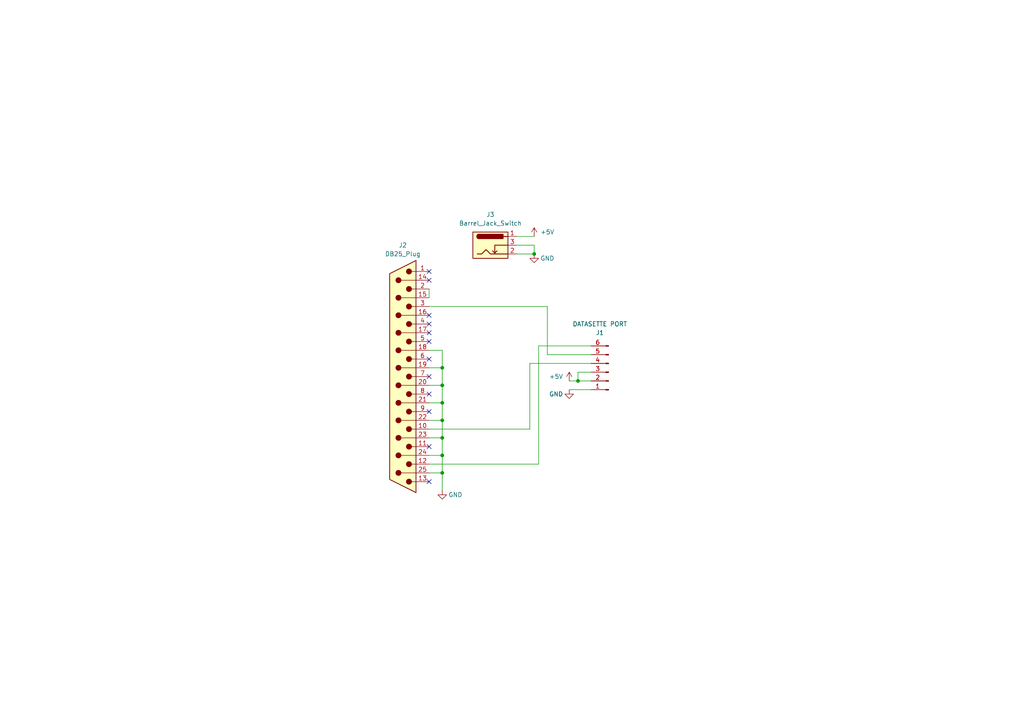
<source format=kicad_sch>
(kicad_sch
	(version 20231120)
	(generator "eeschema")
	(generator_version "8.0")
	(uuid "2ccec24b-e4d1-412f-9ed2-d458b0def978")
	(paper "A4")
	(lib_symbols
		(symbol "C64_Datasette_Connector:C64_Datasette_Connector"
			(pin_names
				(offset 1.016) hide)
			(exclude_from_sim no)
			(in_bom yes)
			(on_board yes)
			(property "Reference" "J"
				(at 0 7.62 0)
				(effects
					(font
						(size 1.27 1.27)
					)
				)
			)
			(property "Value" "C64_Datasette_Connector"
				(at 0 -10.16 0)
				(effects
					(font
						(size 1.27 1.27)
					)
				)
			)
			(property "Footprint" ""
				(at 0 0 0)
				(effects
					(font
						(size 1.27 1.27)
					)
					(hide yes)
				)
			)
			(property "Datasheet" "~"
				(at 0 0 0)
				(effects
					(font
						(size 1.27 1.27)
					)
					(hide yes)
				)
			)
			(property "Description" "Generic connector, single row, 01x06, script generated"
				(at 0 0 0)
				(effects
					(font
						(size 1.27 1.27)
					)
					(hide yes)
				)
			)
			(property "ki_locked" ""
				(at 0 0 0)
				(effects
					(font
						(size 1.27 1.27)
					)
				)
			)
			(property "ki_keywords" "connector"
				(at 0 0 0)
				(effects
					(font
						(size 1.27 1.27)
					)
					(hide yes)
				)
			)
			(property "ki_fp_filters" "Connector*:*_1x??_*"
				(at 0 0 0)
				(effects
					(font
						(size 1.27 1.27)
					)
					(hide yes)
				)
			)
			(symbol "C64_Datasette_Connector_1_1"
				(polyline
					(pts
						(xy 1.27 -7.62) (xy 0.8636 -7.62)
					)
					(stroke
						(width 0.1524)
						(type default)
					)
					(fill
						(type none)
					)
				)
				(polyline
					(pts
						(xy 1.27 -5.08) (xy 0.8636 -5.08)
					)
					(stroke
						(width 0.1524)
						(type default)
					)
					(fill
						(type none)
					)
				)
				(polyline
					(pts
						(xy 1.27 -2.54) (xy 0.8636 -2.54)
					)
					(stroke
						(width 0.1524)
						(type default)
					)
					(fill
						(type none)
					)
				)
				(polyline
					(pts
						(xy 1.27 0) (xy 0.8636 0)
					)
					(stroke
						(width 0.1524)
						(type default)
					)
					(fill
						(type none)
					)
				)
				(polyline
					(pts
						(xy 1.27 2.54) (xy 0.8636 2.54)
					)
					(stroke
						(width 0.1524)
						(type default)
					)
					(fill
						(type none)
					)
				)
				(polyline
					(pts
						(xy 1.27 5.08) (xy 0.8636 5.08)
					)
					(stroke
						(width 0.1524)
						(type default)
					)
					(fill
						(type none)
					)
				)
				(rectangle
					(start 0.8636 -7.493)
					(end 0 -7.747)
					(stroke
						(width 0.1524)
						(type default)
					)
					(fill
						(type outline)
					)
				)
				(rectangle
					(start 0.8636 -4.953)
					(end 0 -5.207)
					(stroke
						(width 0.1524)
						(type default)
					)
					(fill
						(type outline)
					)
				)
				(rectangle
					(start 0.8636 -2.413)
					(end 0 -2.667)
					(stroke
						(width 0.1524)
						(type default)
					)
					(fill
						(type outline)
					)
				)
				(rectangle
					(start 0.8636 0.127)
					(end 0 -0.127)
					(stroke
						(width 0.1524)
						(type default)
					)
					(fill
						(type outline)
					)
				)
				(rectangle
					(start 0.8636 2.667)
					(end 0 2.413)
					(stroke
						(width 0.1524)
						(type default)
					)
					(fill
						(type outline)
					)
				)
				(rectangle
					(start 0.8636 5.207)
					(end 0 4.953)
					(stroke
						(width 0.1524)
						(type default)
					)
					(fill
						(type outline)
					)
				)
				(pin passive line
					(at 5.08 5.08 180)
					(length 3.81)
					(name "GND"
						(effects
							(font
								(size 1.27 1.27)
							)
						)
					)
					(number "1"
						(effects
							(font
								(size 1.27 1.27)
							)
						)
					)
				)
				(pin power_in line
					(at 5.08 2.54 180)
					(length 3.81)
					(name "5V"
						(effects
							(font
								(size 1.27 1.27)
							)
						)
					)
					(number "2"
						(effects
							(font
								(size 1.27 1.27)
							)
						)
					)
				)
				(pin power_in line
					(at 5.08 0 180)
					(length 3.81)
					(name "Motor"
						(effects
							(font
								(size 1.27 1.27)
							)
						)
					)
					(number "3"
						(effects
							(font
								(size 1.27 1.27)
							)
						)
					)
				)
				(pin passive line
					(at 5.08 -2.54 180)
					(length 3.81)
					(name "Read"
						(effects
							(font
								(size 1.27 1.27)
							)
						)
					)
					(number "4"
						(effects
							(font
								(size 1.27 1.27)
							)
						)
					)
				)
				(pin passive line
					(at 5.08 -5.08 180)
					(length 3.81)
					(name "Write"
						(effects
							(font
								(size 1.27 1.27)
							)
						)
					)
					(number "5"
						(effects
							(font
								(size 1.27 1.27)
							)
						)
					)
				)
				(pin passive line
					(at 5.08 -7.62 180)
					(length 3.81)
					(name "Sense"
						(effects
							(font
								(size 1.27 1.27)
							)
						)
					)
					(number "6"
						(effects
							(font
								(size 1.27 1.27)
							)
						)
					)
				)
			)
		)
		(symbol "Connector:Barrel_Jack_Switch"
			(pin_names hide)
			(exclude_from_sim no)
			(in_bom yes)
			(on_board yes)
			(property "Reference" "J"
				(at 0 5.334 0)
				(effects
					(font
						(size 1.27 1.27)
					)
				)
			)
			(property "Value" "Barrel_Jack_Switch"
				(at 0 -5.08 0)
				(effects
					(font
						(size 1.27 1.27)
					)
				)
			)
			(property "Footprint" ""
				(at 1.27 -1.016 0)
				(effects
					(font
						(size 1.27 1.27)
					)
					(hide yes)
				)
			)
			(property "Datasheet" "~"
				(at 1.27 -1.016 0)
				(effects
					(font
						(size 1.27 1.27)
					)
					(hide yes)
				)
			)
			(property "Description" "DC Barrel Jack with an internal switch"
				(at 0 0 0)
				(effects
					(font
						(size 1.27 1.27)
					)
					(hide yes)
				)
			)
			(property "ki_keywords" "DC power barrel jack connector"
				(at 0 0 0)
				(effects
					(font
						(size 1.27 1.27)
					)
					(hide yes)
				)
			)
			(property "ki_fp_filters" "BarrelJack*"
				(at 0 0 0)
				(effects
					(font
						(size 1.27 1.27)
					)
					(hide yes)
				)
			)
			(symbol "Barrel_Jack_Switch_0_1"
				(rectangle
					(start -5.08 3.81)
					(end 5.08 -3.81)
					(stroke
						(width 0.254)
						(type default)
					)
					(fill
						(type background)
					)
				)
				(arc
					(start -3.302 3.175)
					(mid -3.9343 2.54)
					(end -3.302 1.905)
					(stroke
						(width 0.254)
						(type default)
					)
					(fill
						(type none)
					)
				)
				(arc
					(start -3.302 3.175)
					(mid -3.9343 2.54)
					(end -3.302 1.905)
					(stroke
						(width 0.254)
						(type default)
					)
					(fill
						(type outline)
					)
				)
				(polyline
					(pts
						(xy 1.27 -2.286) (xy 1.905 -1.651)
					)
					(stroke
						(width 0.254)
						(type default)
					)
					(fill
						(type none)
					)
				)
				(polyline
					(pts
						(xy 5.08 2.54) (xy 3.81 2.54)
					)
					(stroke
						(width 0.254)
						(type default)
					)
					(fill
						(type none)
					)
				)
				(polyline
					(pts
						(xy 5.08 0) (xy 1.27 0) (xy 1.27 -2.286) (xy 0.635 -1.651)
					)
					(stroke
						(width 0.254)
						(type default)
					)
					(fill
						(type none)
					)
				)
				(polyline
					(pts
						(xy -3.81 -2.54) (xy -2.54 -2.54) (xy -1.27 -1.27) (xy 0 -2.54) (xy 2.54 -2.54) (xy 5.08 -2.54)
					)
					(stroke
						(width 0.254)
						(type default)
					)
					(fill
						(type none)
					)
				)
				(rectangle
					(start 3.683 3.175)
					(end -3.302 1.905)
					(stroke
						(width 0.254)
						(type default)
					)
					(fill
						(type outline)
					)
				)
			)
			(symbol "Barrel_Jack_Switch_1_1"
				(pin passive line
					(at 7.62 2.54 180)
					(length 2.54)
					(name "~"
						(effects
							(font
								(size 1.27 1.27)
							)
						)
					)
					(number "1"
						(effects
							(font
								(size 1.27 1.27)
							)
						)
					)
				)
				(pin passive line
					(at 7.62 -2.54 180)
					(length 2.54)
					(name "~"
						(effects
							(font
								(size 1.27 1.27)
							)
						)
					)
					(number "2"
						(effects
							(font
								(size 1.27 1.27)
							)
						)
					)
				)
				(pin passive line
					(at 7.62 0 180)
					(length 2.54)
					(name "~"
						(effects
							(font
								(size 1.27 1.27)
							)
						)
					)
					(number "3"
						(effects
							(font
								(size 1.27 1.27)
							)
						)
					)
				)
			)
		)
		(symbol "Connector:DB25_Plug"
			(pin_names
				(offset 1.016) hide)
			(exclude_from_sim no)
			(in_bom yes)
			(on_board yes)
			(property "Reference" "J"
				(at 0 34.29 0)
				(effects
					(font
						(size 1.27 1.27)
					)
				)
			)
			(property "Value" "DB25_Plug"
				(at 0 -34.925 0)
				(effects
					(font
						(size 1.27 1.27)
					)
				)
			)
			(property "Footprint" ""
				(at 0 0 0)
				(effects
					(font
						(size 1.27 1.27)
					)
					(hide yes)
				)
			)
			(property "Datasheet" " ~"
				(at 0 0 0)
				(effects
					(font
						(size 1.27 1.27)
					)
					(hide yes)
				)
			)
			(property "Description" "25-pin male plug pin D-SUB connector"
				(at 0 0 0)
				(effects
					(font
						(size 1.27 1.27)
					)
					(hide yes)
				)
			)
			(property "ki_keywords" "male plug D-SUB connector"
				(at 0 0 0)
				(effects
					(font
						(size 1.27 1.27)
					)
					(hide yes)
				)
			)
			(property "ki_fp_filters" "DSUB*Male*"
				(at 0 0 0)
				(effects
					(font
						(size 1.27 1.27)
					)
					(hide yes)
				)
			)
			(symbol "DB25_Plug_0_1"
				(circle
					(center -1.778 -30.48)
					(radius 0.762)
					(stroke
						(width 0)
						(type default)
					)
					(fill
						(type outline)
					)
				)
				(circle
					(center -1.778 -25.4)
					(radius 0.762)
					(stroke
						(width 0)
						(type default)
					)
					(fill
						(type outline)
					)
				)
				(circle
					(center -1.778 -20.32)
					(radius 0.762)
					(stroke
						(width 0)
						(type default)
					)
					(fill
						(type outline)
					)
				)
				(circle
					(center -1.778 -15.24)
					(radius 0.762)
					(stroke
						(width 0)
						(type default)
					)
					(fill
						(type outline)
					)
				)
				(circle
					(center -1.778 -10.16)
					(radius 0.762)
					(stroke
						(width 0)
						(type default)
					)
					(fill
						(type outline)
					)
				)
				(circle
					(center -1.778 -5.08)
					(radius 0.762)
					(stroke
						(width 0)
						(type default)
					)
					(fill
						(type outline)
					)
				)
				(circle
					(center -1.778 0)
					(radius 0.762)
					(stroke
						(width 0)
						(type default)
					)
					(fill
						(type outline)
					)
				)
				(circle
					(center -1.778 5.08)
					(radius 0.762)
					(stroke
						(width 0)
						(type default)
					)
					(fill
						(type outline)
					)
				)
				(circle
					(center -1.778 10.16)
					(radius 0.762)
					(stroke
						(width 0)
						(type default)
					)
					(fill
						(type outline)
					)
				)
				(circle
					(center -1.778 15.24)
					(radius 0.762)
					(stroke
						(width 0)
						(type default)
					)
					(fill
						(type outline)
					)
				)
				(circle
					(center -1.778 20.32)
					(radius 0.762)
					(stroke
						(width 0)
						(type default)
					)
					(fill
						(type outline)
					)
				)
				(circle
					(center -1.778 25.4)
					(radius 0.762)
					(stroke
						(width 0)
						(type default)
					)
					(fill
						(type outline)
					)
				)
				(circle
					(center -1.778 30.48)
					(radius 0.762)
					(stroke
						(width 0)
						(type default)
					)
					(fill
						(type outline)
					)
				)
				(polyline
					(pts
						(xy -3.81 -30.48) (xy -2.54 -30.48)
					)
					(stroke
						(width 0)
						(type default)
					)
					(fill
						(type none)
					)
				)
				(polyline
					(pts
						(xy -3.81 -27.94) (xy 0.508 -27.94)
					)
					(stroke
						(width 0)
						(type default)
					)
					(fill
						(type none)
					)
				)
				(polyline
					(pts
						(xy -3.81 -25.4) (xy -2.54 -25.4)
					)
					(stroke
						(width 0)
						(type default)
					)
					(fill
						(type none)
					)
				)
				(polyline
					(pts
						(xy -3.81 -22.86) (xy 0.508 -22.86)
					)
					(stroke
						(width 0)
						(type default)
					)
					(fill
						(type none)
					)
				)
				(polyline
					(pts
						(xy -3.81 -20.32) (xy -2.54 -20.32)
					)
					(stroke
						(width 0)
						(type default)
					)
					(fill
						(type none)
					)
				)
				(polyline
					(pts
						(xy -3.81 -17.78) (xy 0.508 -17.78)
					)
					(stroke
						(width 0)
						(type default)
					)
					(fill
						(type none)
					)
				)
				(polyline
					(pts
						(xy -3.81 -15.24) (xy -2.54 -15.24)
					)
					(stroke
						(width 0)
						(type default)
					)
					(fill
						(type none)
					)
				)
				(polyline
					(pts
						(xy -3.81 -12.7) (xy 0.508 -12.7)
					)
					(stroke
						(width 0)
						(type default)
					)
					(fill
						(type none)
					)
				)
				(polyline
					(pts
						(xy -3.81 -10.16) (xy -2.54 -10.16)
					)
					(stroke
						(width 0)
						(type default)
					)
					(fill
						(type none)
					)
				)
				(polyline
					(pts
						(xy -3.81 -7.62) (xy 0.508 -7.62)
					)
					(stroke
						(width 0)
						(type default)
					)
					(fill
						(type none)
					)
				)
				(polyline
					(pts
						(xy -3.81 -5.08) (xy -2.54 -5.08)
					)
					(stroke
						(width 0)
						(type default)
					)
					(fill
						(type none)
					)
				)
				(polyline
					(pts
						(xy -3.81 -2.54) (xy 0.508 -2.54)
					)
					(stroke
						(width 0)
						(type default)
					)
					(fill
						(type none)
					)
				)
				(polyline
					(pts
						(xy -3.81 0) (xy -2.54 0)
					)
					(stroke
						(width 0)
						(type default)
					)
					(fill
						(type none)
					)
				)
				(polyline
					(pts
						(xy -3.81 2.54) (xy 0.508 2.54)
					)
					(stroke
						(width 0)
						(type default)
					)
					(fill
						(type none)
					)
				)
				(polyline
					(pts
						(xy -3.81 5.08) (xy -2.54 5.08)
					)
					(stroke
						(width 0)
						(type default)
					)
					(fill
						(type none)
					)
				)
				(polyline
					(pts
						(xy -3.81 7.62) (xy 0.508 7.62)
					)
					(stroke
						(width 0)
						(type default)
					)
					(fill
						(type none)
					)
				)
				(polyline
					(pts
						(xy -3.81 10.16) (xy -2.54 10.16)
					)
					(stroke
						(width 0)
						(type default)
					)
					(fill
						(type none)
					)
				)
				(polyline
					(pts
						(xy -3.81 12.7) (xy 0.508 12.7)
					)
					(stroke
						(width 0)
						(type default)
					)
					(fill
						(type none)
					)
				)
				(polyline
					(pts
						(xy -3.81 15.24) (xy -2.54 15.24)
					)
					(stroke
						(width 0)
						(type default)
					)
					(fill
						(type none)
					)
				)
				(polyline
					(pts
						(xy -3.81 17.78) (xy 0.508 17.78)
					)
					(stroke
						(width 0)
						(type default)
					)
					(fill
						(type none)
					)
				)
				(polyline
					(pts
						(xy -3.81 20.32) (xy -2.54 20.32)
					)
					(stroke
						(width 0)
						(type default)
					)
					(fill
						(type none)
					)
				)
				(polyline
					(pts
						(xy -3.81 22.86) (xy 0.508 22.86)
					)
					(stroke
						(width 0)
						(type default)
					)
					(fill
						(type none)
					)
				)
				(polyline
					(pts
						(xy -3.81 25.4) (xy -2.54 25.4)
					)
					(stroke
						(width 0)
						(type default)
					)
					(fill
						(type none)
					)
				)
				(polyline
					(pts
						(xy -3.81 27.94) (xy 0.508 27.94)
					)
					(stroke
						(width 0)
						(type default)
					)
					(fill
						(type none)
					)
				)
				(polyline
					(pts
						(xy -3.81 30.48) (xy -2.54 30.48)
					)
					(stroke
						(width 0)
						(type default)
					)
					(fill
						(type none)
					)
				)
				(polyline
					(pts
						(xy -3.81 -33.655) (xy 3.81 -29.845) (xy 3.81 29.845) (xy -3.81 33.655) (xy -3.81 -33.655)
					)
					(stroke
						(width 0.254)
						(type default)
					)
					(fill
						(type background)
					)
				)
				(circle
					(center 1.27 -27.94)
					(radius 0.762)
					(stroke
						(width 0)
						(type default)
					)
					(fill
						(type outline)
					)
				)
				(circle
					(center 1.27 -22.86)
					(radius 0.762)
					(stroke
						(width 0)
						(type default)
					)
					(fill
						(type outline)
					)
				)
				(circle
					(center 1.27 -17.78)
					(radius 0.762)
					(stroke
						(width 0)
						(type default)
					)
					(fill
						(type outline)
					)
				)
				(circle
					(center 1.27 -12.7)
					(radius 0.762)
					(stroke
						(width 0)
						(type default)
					)
					(fill
						(type outline)
					)
				)
				(circle
					(center 1.27 -7.62)
					(radius 0.762)
					(stroke
						(width 0)
						(type default)
					)
					(fill
						(type outline)
					)
				)
				(circle
					(center 1.27 -2.54)
					(radius 0.762)
					(stroke
						(width 0)
						(type default)
					)
					(fill
						(type outline)
					)
				)
				(circle
					(center 1.27 2.54)
					(radius 0.762)
					(stroke
						(width 0)
						(type default)
					)
					(fill
						(type outline)
					)
				)
				(circle
					(center 1.27 7.62)
					(radius 0.762)
					(stroke
						(width 0)
						(type default)
					)
					(fill
						(type outline)
					)
				)
				(circle
					(center 1.27 12.7)
					(radius 0.762)
					(stroke
						(width 0)
						(type default)
					)
					(fill
						(type outline)
					)
				)
				(circle
					(center 1.27 17.78)
					(radius 0.762)
					(stroke
						(width 0)
						(type default)
					)
					(fill
						(type outline)
					)
				)
				(circle
					(center 1.27 22.86)
					(radius 0.762)
					(stroke
						(width 0)
						(type default)
					)
					(fill
						(type outline)
					)
				)
				(circle
					(center 1.27 27.94)
					(radius 0.762)
					(stroke
						(width 0)
						(type default)
					)
					(fill
						(type outline)
					)
				)
			)
			(symbol "DB25_Plug_1_1"
				(pin passive line
					(at -7.62 -30.48 0)
					(length 3.81)
					(name "1"
						(effects
							(font
								(size 1.27 1.27)
							)
						)
					)
					(number "1"
						(effects
							(font
								(size 1.27 1.27)
							)
						)
					)
				)
				(pin passive line
					(at -7.62 15.24 0)
					(length 3.81)
					(name "10"
						(effects
							(font
								(size 1.27 1.27)
							)
						)
					)
					(number "10"
						(effects
							(font
								(size 1.27 1.27)
							)
						)
					)
				)
				(pin passive line
					(at -7.62 20.32 0)
					(length 3.81)
					(name "11"
						(effects
							(font
								(size 1.27 1.27)
							)
						)
					)
					(number "11"
						(effects
							(font
								(size 1.27 1.27)
							)
						)
					)
				)
				(pin passive line
					(at -7.62 25.4 0)
					(length 3.81)
					(name "12"
						(effects
							(font
								(size 1.27 1.27)
							)
						)
					)
					(number "12"
						(effects
							(font
								(size 1.27 1.27)
							)
						)
					)
				)
				(pin passive line
					(at -7.62 30.48 0)
					(length 3.81)
					(name "13"
						(effects
							(font
								(size 1.27 1.27)
							)
						)
					)
					(number "13"
						(effects
							(font
								(size 1.27 1.27)
							)
						)
					)
				)
				(pin passive line
					(at -7.62 -27.94 0)
					(length 3.81)
					(name "P14"
						(effects
							(font
								(size 1.27 1.27)
							)
						)
					)
					(number "14"
						(effects
							(font
								(size 1.27 1.27)
							)
						)
					)
				)
				(pin passive line
					(at -7.62 -22.86 0)
					(length 3.81)
					(name "P15"
						(effects
							(font
								(size 1.27 1.27)
							)
						)
					)
					(number "15"
						(effects
							(font
								(size 1.27 1.27)
							)
						)
					)
				)
				(pin passive line
					(at -7.62 -17.78 0)
					(length 3.81)
					(name "P16"
						(effects
							(font
								(size 1.27 1.27)
							)
						)
					)
					(number "16"
						(effects
							(font
								(size 1.27 1.27)
							)
						)
					)
				)
				(pin passive line
					(at -7.62 -12.7 0)
					(length 3.81)
					(name "P17"
						(effects
							(font
								(size 1.27 1.27)
							)
						)
					)
					(number "17"
						(effects
							(font
								(size 1.27 1.27)
							)
						)
					)
				)
				(pin passive line
					(at -7.62 -7.62 0)
					(length 3.81)
					(name "P18"
						(effects
							(font
								(size 1.27 1.27)
							)
						)
					)
					(number "18"
						(effects
							(font
								(size 1.27 1.27)
							)
						)
					)
				)
				(pin passive line
					(at -7.62 -2.54 0)
					(length 3.81)
					(name "P19"
						(effects
							(font
								(size 1.27 1.27)
							)
						)
					)
					(number "19"
						(effects
							(font
								(size 1.27 1.27)
							)
						)
					)
				)
				(pin passive line
					(at -7.62 -25.4 0)
					(length 3.81)
					(name "2"
						(effects
							(font
								(size 1.27 1.27)
							)
						)
					)
					(number "2"
						(effects
							(font
								(size 1.27 1.27)
							)
						)
					)
				)
				(pin passive line
					(at -7.62 2.54 0)
					(length 3.81)
					(name "P20"
						(effects
							(font
								(size 1.27 1.27)
							)
						)
					)
					(number "20"
						(effects
							(font
								(size 1.27 1.27)
							)
						)
					)
				)
				(pin passive line
					(at -7.62 7.62 0)
					(length 3.81)
					(name "P21"
						(effects
							(font
								(size 1.27 1.27)
							)
						)
					)
					(number "21"
						(effects
							(font
								(size 1.27 1.27)
							)
						)
					)
				)
				(pin passive line
					(at -7.62 12.7 0)
					(length 3.81)
					(name "P22"
						(effects
							(font
								(size 1.27 1.27)
							)
						)
					)
					(number "22"
						(effects
							(font
								(size 1.27 1.27)
							)
						)
					)
				)
				(pin passive line
					(at -7.62 17.78 0)
					(length 3.81)
					(name "P23"
						(effects
							(font
								(size 1.27 1.27)
							)
						)
					)
					(number "23"
						(effects
							(font
								(size 1.27 1.27)
							)
						)
					)
				)
				(pin passive line
					(at -7.62 22.86 0)
					(length 3.81)
					(name "P24"
						(effects
							(font
								(size 1.27 1.27)
							)
						)
					)
					(number "24"
						(effects
							(font
								(size 1.27 1.27)
							)
						)
					)
				)
				(pin passive line
					(at -7.62 27.94 0)
					(length 3.81)
					(name "P25"
						(effects
							(font
								(size 1.27 1.27)
							)
						)
					)
					(number "25"
						(effects
							(font
								(size 1.27 1.27)
							)
						)
					)
				)
				(pin passive line
					(at -7.62 -20.32 0)
					(length 3.81)
					(name "3"
						(effects
							(font
								(size 1.27 1.27)
							)
						)
					)
					(number "3"
						(effects
							(font
								(size 1.27 1.27)
							)
						)
					)
				)
				(pin passive line
					(at -7.62 -15.24 0)
					(length 3.81)
					(name "4"
						(effects
							(font
								(size 1.27 1.27)
							)
						)
					)
					(number "4"
						(effects
							(font
								(size 1.27 1.27)
							)
						)
					)
				)
				(pin passive line
					(at -7.62 -10.16 0)
					(length 3.81)
					(name "5"
						(effects
							(font
								(size 1.27 1.27)
							)
						)
					)
					(number "5"
						(effects
							(font
								(size 1.27 1.27)
							)
						)
					)
				)
				(pin passive line
					(at -7.62 -5.08 0)
					(length 3.81)
					(name "6"
						(effects
							(font
								(size 1.27 1.27)
							)
						)
					)
					(number "6"
						(effects
							(font
								(size 1.27 1.27)
							)
						)
					)
				)
				(pin passive line
					(at -7.62 0 0)
					(length 3.81)
					(name "7"
						(effects
							(font
								(size 1.27 1.27)
							)
						)
					)
					(number "7"
						(effects
							(font
								(size 1.27 1.27)
							)
						)
					)
				)
				(pin passive line
					(at -7.62 5.08 0)
					(length 3.81)
					(name "8"
						(effects
							(font
								(size 1.27 1.27)
							)
						)
					)
					(number "8"
						(effects
							(font
								(size 1.27 1.27)
							)
						)
					)
				)
				(pin passive line
					(at -7.62 10.16 0)
					(length 3.81)
					(name "9"
						(effects
							(font
								(size 1.27 1.27)
							)
						)
					)
					(number "9"
						(effects
							(font
								(size 1.27 1.27)
							)
						)
					)
				)
			)
		)
		(symbol "power:+5V"
			(power)
			(pin_names
				(offset 0)
			)
			(exclude_from_sim no)
			(in_bom yes)
			(on_board yes)
			(property "Reference" "#PWR"
				(at 0 -3.81 0)
				(effects
					(font
						(size 1.27 1.27)
					)
					(hide yes)
				)
			)
			(property "Value" "+5V"
				(at 0 3.556 0)
				(effects
					(font
						(size 1.27 1.27)
					)
				)
			)
			(property "Footprint" ""
				(at 0 0 0)
				(effects
					(font
						(size 1.27 1.27)
					)
					(hide yes)
				)
			)
			(property "Datasheet" ""
				(at 0 0 0)
				(effects
					(font
						(size 1.27 1.27)
					)
					(hide yes)
				)
			)
			(property "Description" "Power symbol creates a global label with name \"+5V\""
				(at 0 0 0)
				(effects
					(font
						(size 1.27 1.27)
					)
					(hide yes)
				)
			)
			(property "ki_keywords" "global power"
				(at 0 0 0)
				(effects
					(font
						(size 1.27 1.27)
					)
					(hide yes)
				)
			)
			(symbol "+5V_0_1"
				(polyline
					(pts
						(xy -0.762 1.27) (xy 0 2.54)
					)
					(stroke
						(width 0)
						(type default)
					)
					(fill
						(type none)
					)
				)
				(polyline
					(pts
						(xy 0 0) (xy 0 2.54)
					)
					(stroke
						(width 0)
						(type default)
					)
					(fill
						(type none)
					)
				)
				(polyline
					(pts
						(xy 0 2.54) (xy 0.762 1.27)
					)
					(stroke
						(width 0)
						(type default)
					)
					(fill
						(type none)
					)
				)
			)
			(symbol "+5V_1_1"
				(pin power_in line
					(at 0 0 90)
					(length 0) hide
					(name "+5V"
						(effects
							(font
								(size 1.27 1.27)
							)
						)
					)
					(number "1"
						(effects
							(font
								(size 1.27 1.27)
							)
						)
					)
				)
			)
		)
		(symbol "power:GND"
			(power)
			(pin_names
				(offset 0)
			)
			(exclude_from_sim no)
			(in_bom yes)
			(on_board yes)
			(property "Reference" "#PWR"
				(at 0 -6.35 0)
				(effects
					(font
						(size 1.27 1.27)
					)
					(hide yes)
				)
			)
			(property "Value" "GND"
				(at 0 -3.81 0)
				(effects
					(font
						(size 1.27 1.27)
					)
				)
			)
			(property "Footprint" ""
				(at 0 0 0)
				(effects
					(font
						(size 1.27 1.27)
					)
					(hide yes)
				)
			)
			(property "Datasheet" ""
				(at 0 0 0)
				(effects
					(font
						(size 1.27 1.27)
					)
					(hide yes)
				)
			)
			(property "Description" "Power symbol creates a global label with name \"GND\" , ground"
				(at 0 0 0)
				(effects
					(font
						(size 1.27 1.27)
					)
					(hide yes)
				)
			)
			(property "ki_keywords" "global power"
				(at 0 0 0)
				(effects
					(font
						(size 1.27 1.27)
					)
					(hide yes)
				)
			)
			(symbol "GND_0_1"
				(polyline
					(pts
						(xy 0 0) (xy 0 -1.27) (xy 1.27 -1.27) (xy 0 -2.54) (xy -1.27 -1.27) (xy 0 -1.27)
					)
					(stroke
						(width 0)
						(type default)
					)
					(fill
						(type none)
					)
				)
			)
			(symbol "GND_1_1"
				(pin power_in line
					(at 0 0 270)
					(length 0) hide
					(name "GND"
						(effects
							(font
								(size 1.27 1.27)
							)
						)
					)
					(number "1"
						(effects
							(font
								(size 1.27 1.27)
							)
						)
					)
				)
			)
		)
	)
	(junction
		(at 128.27 111.76)
		(diameter 0)
		(color 0 0 0 0)
		(uuid "1086f38f-4194-42ce-bbf5-39ec4cc06ea4")
	)
	(junction
		(at 167.64 110.49)
		(diameter 0)
		(color 0 0 0 0)
		(uuid "2cd161b6-47fb-4747-b788-8073b34c7021")
	)
	(junction
		(at 128.27 137.16)
		(diameter 0)
		(color 0 0 0 0)
		(uuid "2e86d592-ae69-40a1-8166-cd04d8b8c2d8")
	)
	(junction
		(at 128.27 121.92)
		(diameter 0)
		(color 0 0 0 0)
		(uuid "3320958d-8ce5-4864-9950-14789003f45c")
	)
	(junction
		(at 128.27 132.08)
		(diameter 0)
		(color 0 0 0 0)
		(uuid "3f310c7b-b360-43d3-9fbe-542a7c6c8a8a")
	)
	(junction
		(at 154.94 73.66)
		(diameter 0)
		(color 0 0 0 0)
		(uuid "73314843-8ff4-45b5-b901-0d3511c743c6")
	)
	(junction
		(at 128.27 127)
		(diameter 0)
		(color 0 0 0 0)
		(uuid "a723305a-2b7b-4b6b-8c75-6ed263c745a8")
	)
	(junction
		(at 128.27 116.84)
		(diameter 0)
		(color 0 0 0 0)
		(uuid "b0589049-1392-4acb-9bdd-803c5355a82f")
	)
	(junction
		(at 128.27 106.68)
		(diameter 0)
		(color 0 0 0 0)
		(uuid "dc124a3b-1839-4683-8205-d8c4dc3fb535")
	)
	(no_connect
		(at 124.46 93.98)
		(uuid "125238f7-c991-4b27-92b3-af79332919eb")
	)
	(no_connect
		(at 124.46 91.44)
		(uuid "3862c876-4445-4c85-aabf-e248961cabfa")
	)
	(no_connect
		(at 124.46 119.38)
		(uuid "41d51ab1-e4ea-4aad-be66-e479c01e814a")
	)
	(no_connect
		(at 124.46 104.14)
		(uuid "4f1bd8db-fadc-40b7-8fae-817e2caf3a1c")
	)
	(no_connect
		(at 124.46 109.22)
		(uuid "5dafe4b6-c7c6-4aa7-8fde-99d0fdb83606")
	)
	(no_connect
		(at 124.46 114.3)
		(uuid "5ee0bb49-a456-4975-b49a-b0040b9ee228")
	)
	(no_connect
		(at 124.46 81.28)
		(uuid "7f61f65b-df58-41fa-a312-e48b29efb7a9")
	)
	(no_connect
		(at 124.46 139.7)
		(uuid "8cf9c3bb-ded3-410b-ba02-e3f8eeb46df2")
	)
	(no_connect
		(at 124.46 99.06)
		(uuid "cd3cd962-5f7f-487b-a061-7fa4ba5cc874")
	)
	(no_connect
		(at 124.46 78.74)
		(uuid "d2599ab7-bf33-430e-b258-ba6f98207e34")
	)
	(no_connect
		(at 124.46 129.54)
		(uuid "dfeac8a3-49b4-436a-b373-c669a29d4883")
	)
	(no_connect
		(at 124.46 96.52)
		(uuid "ed4ca92b-4b59-4021-b6f5-653e578e35c9")
	)
	(wire
		(pts
			(xy 124.46 121.92) (xy 128.27 121.92)
		)
		(stroke
			(width 0)
			(type default)
		)
		(uuid "0b62240d-0dc3-47a9-90d5-c6466c66764a")
	)
	(wire
		(pts
			(xy 128.27 121.92) (xy 128.27 127)
		)
		(stroke
			(width 0)
			(type default)
		)
		(uuid "0c9718c3-7dab-4713-b8c2-83b40fa24bbc")
	)
	(wire
		(pts
			(xy 149.86 73.66) (xy 154.94 73.66)
		)
		(stroke
			(width 0)
			(type default)
		)
		(uuid "18c2d9c6-d2dc-4ea3-8b57-ecb16543c2cb")
	)
	(wire
		(pts
			(xy 158.75 88.9) (xy 158.75 102.87)
		)
		(stroke
			(width 0)
			(type default)
		)
		(uuid "1ce554bb-884a-476c-975e-613cee44515b")
	)
	(wire
		(pts
			(xy 167.64 110.49) (xy 165.1 110.49)
		)
		(stroke
			(width 0)
			(type default)
		)
		(uuid "1d97a328-b7e2-49c5-8ddc-efec0296b53a")
	)
	(wire
		(pts
			(xy 124.46 127) (xy 128.27 127)
		)
		(stroke
			(width 0)
			(type default)
		)
		(uuid "1e59a3d5-2d7d-498f-91fd-4ad54b4e756b")
	)
	(wire
		(pts
			(xy 128.27 106.68) (xy 128.27 111.76)
		)
		(stroke
			(width 0)
			(type default)
		)
		(uuid "2255a618-75f0-4342-ba0e-a1354ed4ba84")
	)
	(wire
		(pts
			(xy 124.46 111.76) (xy 128.27 111.76)
		)
		(stroke
			(width 0)
			(type default)
		)
		(uuid "2dc85096-cae7-48e3-9e3a-d0c81a5e550d")
	)
	(wire
		(pts
			(xy 154.94 71.12) (xy 154.94 73.66)
		)
		(stroke
			(width 0)
			(type default)
		)
		(uuid "2ef86872-f2cf-4514-8002-c9bead259be5")
	)
	(wire
		(pts
			(xy 124.46 101.6) (xy 128.27 101.6)
		)
		(stroke
			(width 0)
			(type default)
		)
		(uuid "36f32d6f-6d05-4044-9cd2-f28e39223ed6")
	)
	(wire
		(pts
			(xy 171.45 107.95) (xy 167.64 107.95)
		)
		(stroke
			(width 0)
			(type default)
		)
		(uuid "3cac1aa7-d222-4173-8151-9cc20d2b43eb")
	)
	(wire
		(pts
			(xy 171.45 110.49) (xy 167.64 110.49)
		)
		(stroke
			(width 0)
			(type default)
		)
		(uuid "424ef9df-908b-4fa2-a6a1-ea4b5d413d56")
	)
	(wire
		(pts
			(xy 149.86 71.12) (xy 154.94 71.12)
		)
		(stroke
			(width 0)
			(type default)
		)
		(uuid "439a4412-0c40-4f0e-9a85-954b4374f7bc")
	)
	(wire
		(pts
			(xy 128.27 101.6) (xy 128.27 106.68)
		)
		(stroke
			(width 0)
			(type default)
		)
		(uuid "46e1cc2e-83c1-4313-86e4-a3070f3a30e8")
	)
	(wire
		(pts
			(xy 124.46 88.9) (xy 158.75 88.9)
		)
		(stroke
			(width 0)
			(type default)
		)
		(uuid "49df5f16-0a92-48d7-9d29-ef8bea70262b")
	)
	(wire
		(pts
			(xy 156.21 134.62) (xy 156.21 100.33)
		)
		(stroke
			(width 0)
			(type default)
		)
		(uuid "6d5a4aca-d59c-4acc-84cf-3437c1f98177")
	)
	(wire
		(pts
			(xy 124.46 132.08) (xy 128.27 132.08)
		)
		(stroke
			(width 0)
			(type default)
		)
		(uuid "7d6bb9e8-35f0-46c4-9fa7-eedfa5ca9055")
	)
	(wire
		(pts
			(xy 149.86 68.58) (xy 154.94 68.58)
		)
		(stroke
			(width 0)
			(type default)
		)
		(uuid "7f1a7706-c09a-401a-928e-c0792080e6c0")
	)
	(wire
		(pts
			(xy 156.21 100.33) (xy 171.45 100.33)
		)
		(stroke
			(width 0)
			(type default)
		)
		(uuid "87d80613-8ed4-4265-8ebe-4a9533e83d01")
	)
	(wire
		(pts
			(xy 153.67 105.41) (xy 171.45 105.41)
		)
		(stroke
			(width 0)
			(type default)
		)
		(uuid "88b4aecd-6963-4409-85d5-e4cbd961cf7c")
	)
	(wire
		(pts
			(xy 128.27 127) (xy 128.27 132.08)
		)
		(stroke
			(width 0)
			(type default)
		)
		(uuid "9c636500-b691-4418-bbc0-57374c250306")
	)
	(wire
		(pts
			(xy 124.46 116.84) (xy 128.27 116.84)
		)
		(stroke
			(width 0)
			(type default)
		)
		(uuid "a19151af-1f4d-472f-b312-522c8329326f")
	)
	(wire
		(pts
			(xy 128.27 137.16) (xy 124.46 137.16)
		)
		(stroke
			(width 0)
			(type default)
		)
		(uuid "aea42273-9ef7-44e7-a586-38a6ec135d5d")
	)
	(wire
		(pts
			(xy 128.27 111.76) (xy 128.27 116.84)
		)
		(stroke
			(width 0)
			(type default)
		)
		(uuid "b45b6e3d-09ec-4d2d-89ce-628dbde16cf0")
	)
	(wire
		(pts
			(xy 124.46 106.68) (xy 128.27 106.68)
		)
		(stroke
			(width 0)
			(type default)
		)
		(uuid "b5fefb51-c06d-4649-98be-9e32ee7a114c")
	)
	(wire
		(pts
			(xy 158.75 102.87) (xy 171.45 102.87)
		)
		(stroke
			(width 0)
			(type default)
		)
		(uuid "c04f10f6-71b8-4bcc-823d-e52a4dcb9683")
	)
	(wire
		(pts
			(xy 128.27 132.08) (xy 128.27 137.16)
		)
		(stroke
			(width 0)
			(type default)
		)
		(uuid "c52ff963-e025-49c0-b92c-79420b1410b7")
	)
	(wire
		(pts
			(xy 128.27 116.84) (xy 128.27 121.92)
		)
		(stroke
			(width 0)
			(type default)
		)
		(uuid "ce00a355-f80b-4854-accc-6af042b1c8c7")
	)
	(wire
		(pts
			(xy 124.46 134.62) (xy 156.21 134.62)
		)
		(stroke
			(width 0)
			(type default)
		)
		(uuid "d6cb79bf-91b8-46e8-8fc8-3375cc49eb46")
	)
	(wire
		(pts
			(xy 124.46 124.46) (xy 153.67 124.46)
		)
		(stroke
			(width 0)
			(type default)
		)
		(uuid "d6f59806-071e-4f6b-9371-c3d953c2816d")
	)
	(wire
		(pts
			(xy 124.46 83.82) (xy 124.46 86.36)
		)
		(stroke
			(width 0)
			(type default)
		)
		(uuid "dbb27df0-b58d-46de-8cd9-5470e6a8dc3f")
	)
	(wire
		(pts
			(xy 128.27 137.16) (xy 128.27 142.24)
		)
		(stroke
			(width 0)
			(type default)
		)
		(uuid "dda1be8c-91ed-4f4b-bd7b-06bdfd5b3630")
	)
	(wire
		(pts
			(xy 171.45 113.03) (xy 165.1 113.03)
		)
		(stroke
			(width 0)
			(type default)
		)
		(uuid "e9b6fef0-d29c-489d-803d-04e06857b2bd")
	)
	(wire
		(pts
			(xy 153.67 124.46) (xy 153.67 105.41)
		)
		(stroke
			(width 0)
			(type default)
		)
		(uuid "e9bca57c-925f-418f-902d-b67542faceaa")
	)
	(wire
		(pts
			(xy 167.64 107.95) (xy 167.64 110.49)
		)
		(stroke
			(width 0)
			(type default)
		)
		(uuid "f1edbf5a-6f7b-4708-bd65-d3df10e682b9")
	)
	(symbol
		(lib_id "C64_Datasette_Connector:C64_Datasette_Connector")
		(at 176.53 107.95 180)
		(unit 1)
		(exclude_from_sim no)
		(in_bom no)
		(on_board yes)
		(dnp no)
		(uuid "2b294563-6a74-447b-bfde-2eb36a027d86")
		(property "Reference" "J1"
			(at 173.99 96.52 0)
			(effects
				(font
					(size 1.27 1.27)
				)
			)
		)
		(property "Value" "DATASETTE PORT"
			(at 173.99 93.98 0)
			(effects
				(font
					(size 1.27 1.27)
				)
			)
		)
		(property "Footprint" "C64_Datasette_Connector:C64_Datasette_Connector"
			(at 176.53 107.95 0)
			(effects
				(font
					(size 1.27 1.27)
				)
				(hide yes)
			)
		)
		(property "Datasheet" "~"
			(at 176.53 107.95 0)
			(effects
				(font
					(size 1.27 1.27)
				)
				(hide yes)
			)
		)
		(property "Description" ""
			(at 176.53 107.95 0)
			(effects
				(font
					(size 1.27 1.27)
				)
				(hide yes)
			)
		)
		(pin "1"
			(uuid "559f5f20-c7b2-43de-804e-69cfd191fca4")
		)
		(pin "2"
			(uuid "e8f8a62a-5af8-4768-894f-d51807187928")
		)
		(pin "3"
			(uuid "38ae5a1b-1d51-4b96-add6-781333831aff")
		)
		(pin "4"
			(uuid "3eb36dc6-bea4-44f8-a956-26b3f3edd3ac")
		)
		(pin "5"
			(uuid "dc744e26-0bf3-457e-aaf4-faa480ed9cab")
		)
		(pin "6"
			(uuid "9b90cba5-7499-4dcb-94f1-670a1d18ff7b")
		)
		(instances
			(project "C64S"
				(path "/2ccec24b-e4d1-412f-9ed2-d458b0def978"
					(reference "J1")
					(unit 1)
				)
			)
		)
	)
	(symbol
		(lib_id "Connector:Barrel_Jack_Switch")
		(at 142.24 71.12 0)
		(unit 1)
		(exclude_from_sim no)
		(in_bom yes)
		(on_board yes)
		(dnp no)
		(fields_autoplaced yes)
		(uuid "2b5fd4f9-99ee-4d2b-b5a9-f9f527b732f1")
		(property "Reference" "J3"
			(at 142.24 62.23 0)
			(effects
				(font
					(size 1.27 1.27)
				)
			)
		)
		(property "Value" "Barrel_Jack_Switch"
			(at 142.24 64.77 0)
			(effects
				(font
					(size 1.27 1.27)
				)
			)
		)
		(property "Footprint" "Connector_BarrelJack:BarrelJack_Horizontal"
			(at 143.51 72.136 0)
			(effects
				(font
					(size 1.27 1.27)
				)
				(hide yes)
			)
		)
		(property "Datasheet" "~"
			(at 143.51 72.136 0)
			(effects
				(font
					(size 1.27 1.27)
				)
				(hide yes)
			)
		)
		(property "Description" ""
			(at 142.24 71.12 0)
			(effects
				(font
					(size 1.27 1.27)
				)
				(hide yes)
			)
		)
		(property "LCSC" "C16214"
			(at 142.24 71.12 0)
			(effects
				(font
					(size 1.27 1.27)
				)
				(hide yes)
			)
		)
		(pin "1"
			(uuid "83b6f9bf-6690-4911-87ac-13dd9d8746e4")
		)
		(pin "2"
			(uuid "b6da8571-d02d-4931-a713-f479feea2d83")
		)
		(pin "3"
			(uuid "aaf3fbe8-de02-43bf-b82f-565df5862658")
		)
		(instances
			(project "C64S"
				(path "/2ccec24b-e4d1-412f-9ed2-d458b0def978"
					(reference "J3")
					(unit 1)
				)
			)
		)
	)
	(symbol
		(lib_id "power:GND")
		(at 154.94 73.66 0)
		(unit 1)
		(exclude_from_sim no)
		(in_bom yes)
		(on_board yes)
		(dnp no)
		(uuid "38f64750-722e-47ba-a628-a99232fa5720")
		(property "Reference" "#PWR05"
			(at 154.94 80.01 0)
			(effects
				(font
					(size 1.27 1.27)
				)
				(hide yes)
			)
		)
		(property "Value" "GND"
			(at 158.75 74.93 0)
			(effects
				(font
					(size 1.27 1.27)
				)
			)
		)
		(property "Footprint" ""
			(at 154.94 73.66 0)
			(effects
				(font
					(size 1.27 1.27)
				)
				(hide yes)
			)
		)
		(property "Datasheet" ""
			(at 154.94 73.66 0)
			(effects
				(font
					(size 1.27 1.27)
				)
				(hide yes)
			)
		)
		(property "Description" ""
			(at 154.94 73.66 0)
			(effects
				(font
					(size 1.27 1.27)
				)
				(hide yes)
			)
		)
		(pin "1"
			(uuid "818071d8-5ed6-43c6-b822-1b146980c0d2")
		)
		(instances
			(project "C64S"
				(path "/2ccec24b-e4d1-412f-9ed2-d458b0def978"
					(reference "#PWR05")
					(unit 1)
				)
			)
		)
	)
	(symbol
		(lib_id "Connector:DB25_Plug")
		(at 116.84 109.22 180)
		(unit 1)
		(exclude_from_sim no)
		(in_bom yes)
		(on_board yes)
		(dnp no)
		(fields_autoplaced yes)
		(uuid "9478f451-d30d-43b4-b839-2fc33db21d8c")
		(property "Reference" "J2"
			(at 116.84 71.12 0)
			(effects
				(font
					(size 1.27 1.27)
				)
			)
		)
		(property "Value" "DB25_Plug"
			(at 116.84 73.66 0)
			(effects
				(font
					(size 1.27 1.27)
				)
			)
		)
		(property "Footprint" "Connector_Dsub:DSUB-25_Male_EdgeMount_P2.77mm"
			(at 116.84 109.22 0)
			(effects
				(font
					(size 1.27 1.27)
				)
				(hide yes)
			)
		)
		(property "Datasheet" " ~"
			(at 116.84 109.22 0)
			(effects
				(font
					(size 1.27 1.27)
				)
				(hide yes)
			)
		)
		(property "Description" ""
			(at 116.84 109.22 0)
			(effects
				(font
					(size 1.27 1.27)
				)
				(hide yes)
			)
		)
		(property "LCSC" "C75745"
			(at 116.84 109.22 0)
			(effects
				(font
					(size 1.27 1.27)
				)
				(hide yes)
			)
		)
		(pin "1"
			(uuid "3edab16a-3b58-4ce8-a574-3de7bfb9b569")
		)
		(pin "10"
			(uuid "b58ab798-12f7-47c9-b416-03a772c9cda5")
		)
		(pin "11"
			(uuid "ac9978fd-1fa5-4725-abc3-fa422812b21f")
		)
		(pin "12"
			(uuid "be15daff-136a-43a2-8b5b-5c27bf247531")
		)
		(pin "13"
			(uuid "27784be1-2351-4d9c-9f12-5beeddaf5468")
		)
		(pin "14"
			(uuid "8fd7e954-96a3-4ebe-b466-c10da28b020f")
		)
		(pin "15"
			(uuid "4646b9bc-dc6a-4825-9edb-55e57db6d1ca")
		)
		(pin "16"
			(uuid "f0a40a05-d315-484c-9d93-4d7a16961766")
		)
		(pin "17"
			(uuid "45e67024-991c-43a3-8bc4-91409a6dc2e4")
		)
		(pin "18"
			(uuid "c28452fc-04f5-4cdc-9260-2d7a43d4579d")
		)
		(pin "19"
			(uuid "5599a385-555d-43fe-8823-04662fe61f9a")
		)
		(pin "2"
			(uuid "76913876-731e-4ae7-929d-9c003b5d0dde")
		)
		(pin "20"
			(uuid "85aee03d-82f1-44bb-89ee-1f69e352853d")
		)
		(pin "21"
			(uuid "74488fcc-38f9-49a1-a31f-9b523eacc11b")
		)
		(pin "22"
			(uuid "c61b28e5-8b83-46ab-850f-f7fafaa1c3db")
		)
		(pin "23"
			(uuid "cfb551be-03fe-4a0f-87fc-02173f01be1c")
		)
		(pin "24"
			(uuid "b9155466-3157-4c29-a473-933172e00ef4")
		)
		(pin "25"
			(uuid "cefb03f0-7450-47ce-976d-26f9e0f638ff")
		)
		(pin "3"
			(uuid "4e9e052c-508f-4e93-81ea-8af689ca1ff6")
		)
		(pin "4"
			(uuid "9a60d62a-0cc6-483a-b407-a5568592f619")
		)
		(pin "5"
			(uuid "686987f6-ed1f-44df-b17a-88d44df696ca")
		)
		(pin "6"
			(uuid "3fe01da7-66c5-4e56-8bc8-e6ad692fe76d")
		)
		(pin "7"
			(uuid "b76da6d2-2865-47fa-87c2-0906fc470be0")
		)
		(pin "8"
			(uuid "dc928b08-d310-407f-bb6d-5c41f968f741")
		)
		(pin "9"
			(uuid "91d4417d-03ff-4905-b164-e0ad6e2654a9")
		)
		(instances
			(project "C64S"
				(path "/2ccec24b-e4d1-412f-9ed2-d458b0def978"
					(reference "J2")
					(unit 1)
				)
			)
		)
	)
	(symbol
		(lib_id "power:GND")
		(at 128.27 142.24 0)
		(unit 1)
		(exclude_from_sim no)
		(in_bom yes)
		(on_board yes)
		(dnp no)
		(uuid "9540e347-8fcc-4b43-9a75-bf9f5fac78e2")
		(property "Reference" "#PWR01"
			(at 128.27 148.59 0)
			(effects
				(font
					(size 1.27 1.27)
				)
				(hide yes)
			)
		)
		(property "Value" "GND"
			(at 132.08 143.51 0)
			(effects
				(font
					(size 1.27 1.27)
				)
			)
		)
		(property "Footprint" ""
			(at 128.27 142.24 0)
			(effects
				(font
					(size 1.27 1.27)
				)
				(hide yes)
			)
		)
		(property "Datasheet" ""
			(at 128.27 142.24 0)
			(effects
				(font
					(size 1.27 1.27)
				)
				(hide yes)
			)
		)
		(property "Description" ""
			(at 128.27 142.24 0)
			(effects
				(font
					(size 1.27 1.27)
				)
				(hide yes)
			)
		)
		(pin "1"
			(uuid "050efd16-f60f-4a34-bef9-ac4ee3a73338")
		)
		(instances
			(project "C64S"
				(path "/2ccec24b-e4d1-412f-9ed2-d458b0def978"
					(reference "#PWR01")
					(unit 1)
				)
			)
		)
	)
	(symbol
		(lib_id "power:+5V")
		(at 154.94 68.58 0)
		(unit 1)
		(exclude_from_sim no)
		(in_bom yes)
		(on_board yes)
		(dnp no)
		(uuid "9a3b1dd0-c8be-49b0-b0a9-5ffd7a8d563b")
		(property "Reference" "#PWR04"
			(at 154.94 72.39 0)
			(effects
				(font
					(size 1.27 1.27)
				)
				(hide yes)
			)
		)
		(property "Value" "+5V"
			(at 158.75 67.31 0)
			(effects
				(font
					(size 1.27 1.27)
				)
			)
		)
		(property "Footprint" ""
			(at 154.94 68.58 0)
			(effects
				(font
					(size 1.27 1.27)
				)
				(hide yes)
			)
		)
		(property "Datasheet" ""
			(at 154.94 68.58 0)
			(effects
				(font
					(size 1.27 1.27)
				)
				(hide yes)
			)
		)
		(property "Description" ""
			(at 154.94 68.58 0)
			(effects
				(font
					(size 1.27 1.27)
				)
				(hide yes)
			)
		)
		(pin "1"
			(uuid "936f1856-d208-48ae-90e5-a929aeae06ed")
		)
		(instances
			(project "C64S"
				(path "/2ccec24b-e4d1-412f-9ed2-d458b0def978"
					(reference "#PWR04")
					(unit 1)
				)
			)
		)
	)
	(symbol
		(lib_id "power:GND")
		(at 165.1 113.03 0)
		(unit 1)
		(exclude_from_sim no)
		(in_bom yes)
		(on_board yes)
		(dnp no)
		(uuid "bc074505-2201-4a35-8329-8963aa9e6a51")
		(property "Reference" "#PWR02"
			(at 165.1 119.38 0)
			(effects
				(font
					(size 1.27 1.27)
				)
				(hide yes)
			)
		)
		(property "Value" "GND"
			(at 161.29 114.3 0)
			(effects
				(font
					(size 1.27 1.27)
				)
			)
		)
		(property "Footprint" ""
			(at 165.1 113.03 0)
			(effects
				(font
					(size 1.27 1.27)
				)
				(hide yes)
			)
		)
		(property "Datasheet" ""
			(at 165.1 113.03 0)
			(effects
				(font
					(size 1.27 1.27)
				)
				(hide yes)
			)
		)
		(property "Description" ""
			(at 165.1 113.03 0)
			(effects
				(font
					(size 1.27 1.27)
				)
				(hide yes)
			)
		)
		(pin "1"
			(uuid "19c7c1cc-cacb-4de0-9871-92425dc4559a")
		)
		(instances
			(project "C64S"
				(path "/2ccec24b-e4d1-412f-9ed2-d458b0def978"
					(reference "#PWR02")
					(unit 1)
				)
			)
		)
	)
	(symbol
		(lib_id "power:+5V")
		(at 165.1 110.49 0)
		(unit 1)
		(exclude_from_sim no)
		(in_bom yes)
		(on_board yes)
		(dnp no)
		(uuid "d879a9a2-cc7c-4155-9265-1538bc14b2dc")
		(property "Reference" "#PWR03"
			(at 165.1 114.3 0)
			(effects
				(font
					(size 1.27 1.27)
				)
				(hide yes)
			)
		)
		(property "Value" "+5V"
			(at 161.29 109.22 0)
			(effects
				(font
					(size 1.27 1.27)
				)
			)
		)
		(property "Footprint" ""
			(at 165.1 110.49 0)
			(effects
				(font
					(size 1.27 1.27)
				)
				(hide yes)
			)
		)
		(property "Datasheet" ""
			(at 165.1 110.49 0)
			(effects
				(font
					(size 1.27 1.27)
				)
				(hide yes)
			)
		)
		(property "Description" ""
			(at 165.1 110.49 0)
			(effects
				(font
					(size 1.27 1.27)
				)
				(hide yes)
			)
		)
		(pin "1"
			(uuid "81b8e3c4-f605-47a4-9fd8-8c58af8391b1")
		)
		(instances
			(project "C64S"
				(path "/2ccec24b-e4d1-412f-9ed2-d458b0def978"
					(reference "#PWR03")
					(unit 1)
				)
			)
		)
	)
	(sheet_instances
		(path "/"
			(page "1")
		)
	)
)

</source>
